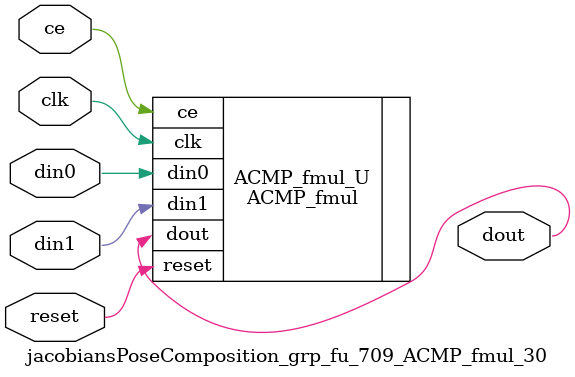
<source format=v>

`timescale 1 ns / 1 ps
module jacobiansPoseComposition_grp_fu_709_ACMP_fmul_30(
    clk,
    reset,
    ce,
    din0,
    din1,
    dout);

parameter ID = 32'd1;
parameter NUM_STAGE = 32'd1;
parameter din0_WIDTH = 32'd1;
parameter din1_WIDTH = 32'd1;
parameter dout_WIDTH = 32'd1;
input clk;
input reset;
input ce;
input[din0_WIDTH - 1:0] din0;
input[din1_WIDTH - 1:0] din1;
output[dout_WIDTH - 1:0] dout;



ACMP_fmul #(
.ID( ID ),
.NUM_STAGE( 4 ),
.din0_WIDTH( din0_WIDTH ),
.din1_WIDTH( din1_WIDTH ),
.dout_WIDTH( dout_WIDTH ))
ACMP_fmul_U(
    .clk( clk ),
    .reset( reset ),
    .ce( ce ),
    .din0( din0 ),
    .din1( din1 ),
    .dout( dout ));

endmodule

</source>
